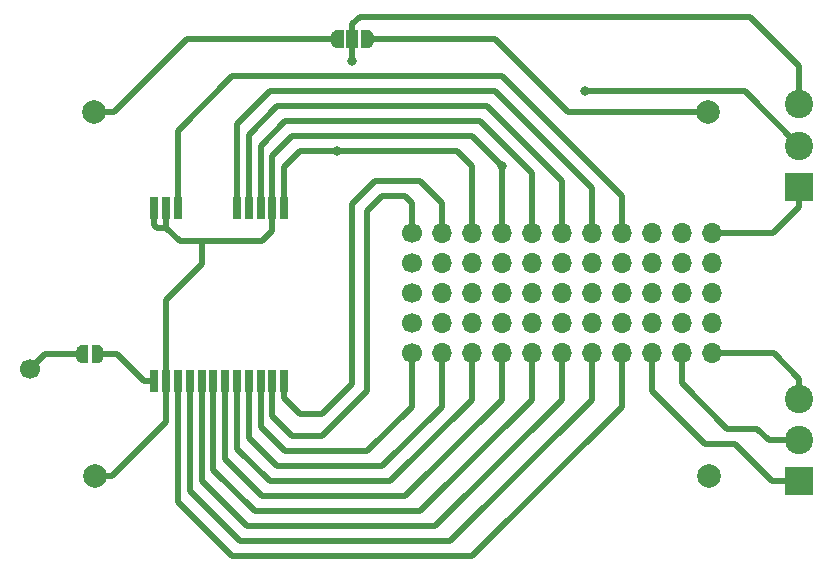
<source format=gbr>
G04 #@! TF.GenerationSoftware,KiCad,Pcbnew,5.1.5-52549c5~86~ubuntu18.04.1*
G04 #@! TF.CreationDate,2020-07-25T12:46:57-05:00*
G04 #@! TF.ProjectId,RAK4200_LORA_ADAPTABLE_NODE,52414b34-3230-4305-9f4c-4f52415f4144,rev?*
G04 #@! TF.SameCoordinates,Original*
G04 #@! TF.FileFunction,Copper,L2,Bot*
G04 #@! TF.FilePolarity,Positive*
%FSLAX46Y46*%
G04 Gerber Fmt 4.6, Leading zero omitted, Abs format (unit mm)*
G04 Created by KiCad (PCBNEW 5.1.5-52549c5~86~ubuntu18.04.1) date 2020-07-25 12:46:57*
%MOMM*%
%LPD*%
G04 APERTURE LIST*
%ADD10O,1.700000X1.700000*%
%ADD11C,1.700000*%
%ADD12C,2.000000*%
%ADD13C,0.100000*%
%ADD14R,1.000000X1.500000*%
%ADD15C,2.400000*%
%ADD16R,2.400000X2.400000*%
%ADD17R,0.700000X1.900000*%
%ADD18C,0.800000*%
%ADD19C,0.500000*%
G04 APERTURE END LIST*
D10*
X162495000Y-121885000D03*
X159955000Y-121885000D03*
X157415000Y-121885000D03*
X154875000Y-121885000D03*
X152335000Y-121885000D03*
X149795000Y-121885000D03*
X147255000Y-121885000D03*
X144715000Y-121885000D03*
X142175000Y-121885000D03*
X139635000Y-121885000D03*
D11*
X137095000Y-121885000D03*
D10*
X162495000Y-124425000D03*
X159955000Y-124425000D03*
X157415000Y-124425000D03*
X154875000Y-124425000D03*
X152335000Y-124425000D03*
X149795000Y-124425000D03*
X147255000Y-124425000D03*
X144715000Y-124425000D03*
X142175000Y-124425000D03*
X139635000Y-124425000D03*
D11*
X137095000Y-124425000D03*
D10*
X162495000Y-126965000D03*
X159955000Y-126965000D03*
X157415000Y-126965000D03*
X154875000Y-126965000D03*
X152335000Y-126965000D03*
X149795000Y-126965000D03*
X147255000Y-126965000D03*
X144715000Y-126965000D03*
X142175000Y-126965000D03*
X139635000Y-126965000D03*
D11*
X137095000Y-126965000D03*
X104775000Y-130810000D03*
D10*
X162495000Y-119345000D03*
X159955000Y-119345000D03*
X157415000Y-119345000D03*
X154875000Y-119345000D03*
X152335000Y-119345000D03*
X149795000Y-119345000D03*
X147255000Y-119345000D03*
X144715000Y-119345000D03*
X142175000Y-119345000D03*
X139635000Y-119345000D03*
D11*
X137095000Y-119345000D03*
D10*
X162495000Y-129505000D03*
X159955000Y-129505000D03*
X157415000Y-129505000D03*
X154875000Y-129505000D03*
X152335000Y-129505000D03*
X149795000Y-129505000D03*
X147255000Y-129505000D03*
X144715000Y-129505000D03*
X142175000Y-129505000D03*
X139635000Y-129505000D03*
D11*
X137095000Y-129505000D03*
D12*
X162290000Y-139915000D03*
X110300000Y-139915000D03*
G04 #@! TA.AperFunction,SMDPad,CuDef*
D13*
G36*
X109205000Y-130289398D02*
G01*
X109180466Y-130289398D01*
X109131635Y-130284588D01*
X109083510Y-130275016D01*
X109036555Y-130260772D01*
X108991222Y-130241995D01*
X108947949Y-130218864D01*
X108907150Y-130191604D01*
X108869221Y-130160476D01*
X108834524Y-130125779D01*
X108803396Y-130087850D01*
X108776136Y-130047051D01*
X108753005Y-130003778D01*
X108734228Y-129958445D01*
X108719984Y-129911490D01*
X108710412Y-129863365D01*
X108705602Y-129814534D01*
X108705602Y-129790000D01*
X108705000Y-129790000D01*
X108705000Y-129290000D01*
X108705602Y-129290000D01*
X108705602Y-129265466D01*
X108710412Y-129216635D01*
X108719984Y-129168510D01*
X108734228Y-129121555D01*
X108753005Y-129076222D01*
X108776136Y-129032949D01*
X108803396Y-128992150D01*
X108834524Y-128954221D01*
X108869221Y-128919524D01*
X108907150Y-128888396D01*
X108947949Y-128861136D01*
X108991222Y-128838005D01*
X109036555Y-128819228D01*
X109083510Y-128804984D01*
X109131635Y-128795412D01*
X109180466Y-128790602D01*
X109205000Y-128790602D01*
X109205000Y-128790000D01*
X109705000Y-128790000D01*
X109705000Y-130290000D01*
X109205000Y-130290000D01*
X109205000Y-130289398D01*
G37*
G04 #@! TD.AperFunction*
G04 #@! TA.AperFunction,SMDPad,CuDef*
G36*
X110005000Y-128790000D02*
G01*
X110505000Y-128790000D01*
X110505000Y-128790602D01*
X110529534Y-128790602D01*
X110578365Y-128795412D01*
X110626490Y-128804984D01*
X110673445Y-128819228D01*
X110718778Y-128838005D01*
X110762051Y-128861136D01*
X110802850Y-128888396D01*
X110840779Y-128919524D01*
X110875476Y-128954221D01*
X110906604Y-128992150D01*
X110933864Y-129032949D01*
X110956995Y-129076222D01*
X110975772Y-129121555D01*
X110990016Y-129168510D01*
X110999588Y-129216635D01*
X111004398Y-129265466D01*
X111004398Y-129290000D01*
X111005000Y-129290000D01*
X111005000Y-129790000D01*
X111004398Y-129790000D01*
X111004398Y-129814534D01*
X110999588Y-129863365D01*
X110990016Y-129911490D01*
X110975772Y-129958445D01*
X110956995Y-130003778D01*
X110933864Y-130047051D01*
X110906604Y-130087850D01*
X110875476Y-130125779D01*
X110840779Y-130160476D01*
X110802850Y-130191604D01*
X110762051Y-130218864D01*
X110718778Y-130241995D01*
X110673445Y-130260772D01*
X110626490Y-130275016D01*
X110578365Y-130284588D01*
X110529534Y-130289398D01*
X110505000Y-130289398D01*
X110505000Y-130290000D01*
X110005000Y-130290000D01*
X110005000Y-128790000D01*
G37*
G04 #@! TD.AperFunction*
D14*
X132080000Y-102870000D03*
G04 #@! TA.AperFunction,SMDPad,CuDef*
D13*
G36*
X133380000Y-102120602D02*
G01*
X133404534Y-102120602D01*
X133453365Y-102125412D01*
X133501490Y-102134984D01*
X133548445Y-102149228D01*
X133593778Y-102168005D01*
X133637051Y-102191136D01*
X133677850Y-102218396D01*
X133715779Y-102249524D01*
X133750476Y-102284221D01*
X133781604Y-102322150D01*
X133808864Y-102362949D01*
X133831995Y-102406222D01*
X133850772Y-102451555D01*
X133865016Y-102498510D01*
X133874588Y-102546635D01*
X133879398Y-102595466D01*
X133879398Y-102620000D01*
X133880000Y-102620000D01*
X133880000Y-103120000D01*
X133879398Y-103120000D01*
X133879398Y-103144534D01*
X133874588Y-103193365D01*
X133865016Y-103241490D01*
X133850772Y-103288445D01*
X133831995Y-103333778D01*
X133808864Y-103377051D01*
X133781604Y-103417850D01*
X133750476Y-103455779D01*
X133715779Y-103490476D01*
X133677850Y-103521604D01*
X133637051Y-103548864D01*
X133593778Y-103571995D01*
X133548445Y-103590772D01*
X133501490Y-103605016D01*
X133453365Y-103614588D01*
X133404534Y-103619398D01*
X133380000Y-103619398D01*
X133380000Y-103620000D01*
X132830000Y-103620000D01*
X132830000Y-102120000D01*
X133380000Y-102120000D01*
X133380000Y-102120602D01*
G37*
G04 #@! TD.AperFunction*
G04 #@! TA.AperFunction,SMDPad,CuDef*
G36*
X131330000Y-103620000D02*
G01*
X130780000Y-103620000D01*
X130780000Y-103619398D01*
X130755466Y-103619398D01*
X130706635Y-103614588D01*
X130658510Y-103605016D01*
X130611555Y-103590772D01*
X130566222Y-103571995D01*
X130522949Y-103548864D01*
X130482150Y-103521604D01*
X130444221Y-103490476D01*
X130409524Y-103455779D01*
X130378396Y-103417850D01*
X130351136Y-103377051D01*
X130328005Y-103333778D01*
X130309228Y-103288445D01*
X130294984Y-103241490D01*
X130285412Y-103193365D01*
X130280602Y-103144534D01*
X130280602Y-103120000D01*
X130280000Y-103120000D01*
X130280000Y-102620000D01*
X130280602Y-102620000D01*
X130280602Y-102595466D01*
X130285412Y-102546635D01*
X130294984Y-102498510D01*
X130309228Y-102451555D01*
X130328005Y-102406222D01*
X130351136Y-102362949D01*
X130378396Y-102322150D01*
X130409524Y-102284221D01*
X130444221Y-102249524D01*
X130482150Y-102218396D01*
X130522949Y-102191136D01*
X130566222Y-102168005D01*
X130611555Y-102149228D01*
X130658510Y-102134984D01*
X130706635Y-102125412D01*
X130755466Y-102120602D01*
X130780000Y-102120602D01*
X130780000Y-102120000D01*
X131330000Y-102120000D01*
X131330000Y-103620000D01*
G37*
G04 #@! TD.AperFunction*
D15*
X169910000Y-133335000D03*
X169910000Y-136835000D03*
D16*
X169910000Y-140335000D03*
D15*
X169910000Y-108400000D03*
X169910000Y-111900000D03*
D16*
X169910000Y-115400000D03*
D12*
X110220000Y-109085000D03*
X162210000Y-109085000D03*
D17*
X115310000Y-131850000D03*
X116310000Y-131850000D03*
X117310000Y-131850000D03*
X118310000Y-131850000D03*
X119310000Y-131850000D03*
X120310000Y-131850000D03*
X121310000Y-131850000D03*
X122310000Y-131850000D03*
X123310000Y-131850000D03*
X124310000Y-131850000D03*
X125310000Y-131850000D03*
X126310000Y-131850000D03*
X126310000Y-117150000D03*
X125310000Y-117150000D03*
X124310000Y-117150000D03*
X123310000Y-117150000D03*
X122310000Y-117150000D03*
X117310000Y-117150000D03*
X116310000Y-117150000D03*
X115310000Y-117150000D03*
D18*
X151765000Y-107315000D03*
X144715000Y-113600000D03*
X132080000Y-104775000D03*
X130810000Y-112395000D03*
D19*
X111895000Y-109085000D02*
X110220000Y-109085000D01*
X130780000Y-102870000D02*
X118110000Y-102870000D01*
X118110000Y-102870000D02*
X111895000Y-109085000D01*
X162210000Y-109085000D02*
X150360000Y-109085000D01*
X144145000Y-102870000D02*
X133380000Y-102870000D01*
X150360000Y-109085000D02*
X144145000Y-102870000D01*
X125310000Y-117150000D02*
X125310000Y-119165000D01*
X125310000Y-119165000D02*
X124460000Y-120015000D01*
X116310000Y-118850000D02*
X116310000Y-117150000D01*
X117475000Y-120015000D02*
X116310000Y-118850000D01*
X116310000Y-131850000D02*
X116310000Y-124990000D01*
X119380000Y-121920000D02*
X119380000Y-120015000D01*
X116310000Y-124990000D02*
X119380000Y-121920000D01*
X124460000Y-120015000D02*
X119380000Y-120015000D01*
X119380000Y-120015000D02*
X117475000Y-120015000D01*
X115310000Y-118600000D02*
X115310000Y-117150000D01*
X115560000Y-118850000D02*
X115310000Y-118600000D01*
X116310000Y-118850000D02*
X115560000Y-118850000D01*
X110300000Y-139915000D02*
X111714213Y-139915000D01*
X116310000Y-135319213D02*
X116310000Y-131850000D01*
X111714213Y-139915000D02*
X116310000Y-135319213D01*
X144715000Y-113600000D02*
X144715000Y-119345000D01*
X142240000Y-111125000D02*
X144715000Y-113600000D01*
X125310000Y-117150000D02*
X125310000Y-112815000D01*
X127000000Y-111125000D02*
X142240000Y-111125000D01*
X125310000Y-112815000D02*
X127000000Y-111125000D01*
X169910000Y-111900000D02*
X165325000Y-107315000D01*
X165325000Y-107315000D02*
X151765000Y-107315000D01*
X142175000Y-113600000D02*
X142175000Y-119345000D01*
X140970000Y-112395000D02*
X142175000Y-113600000D01*
X126310000Y-117150000D02*
X126310000Y-113720000D01*
X126310000Y-113720000D02*
X127635000Y-112395000D01*
X132080000Y-102870000D02*
X132080000Y-104775000D01*
X127635000Y-112395000D02*
X130810000Y-112395000D01*
X130810000Y-112395000D02*
X140970000Y-112395000D01*
X132080000Y-101620000D02*
X132715000Y-100985000D01*
X132080000Y-102870000D02*
X132080000Y-101620000D01*
X132715000Y-100985000D02*
X165715000Y-100985000D01*
X169910000Y-105180000D02*
X169910000Y-108400000D01*
X165715000Y-100985000D02*
X169910000Y-105180000D01*
X162495000Y-119345000D02*
X167675000Y-119345000D01*
X169910000Y-117110000D02*
X169910000Y-115400000D01*
X167675000Y-119345000D02*
X169910000Y-117110000D01*
X167777056Y-129505000D02*
X162495000Y-129505000D01*
X169910000Y-133335000D02*
X169910000Y-131637944D01*
X169910000Y-131637944D02*
X167777056Y-129505000D01*
X159955000Y-129505000D02*
X159955000Y-132015000D01*
X159955000Y-132015000D02*
X163830000Y-135890000D01*
X163830000Y-135890000D02*
X166370000Y-135890000D01*
X167315000Y-136835000D02*
X169910000Y-136835000D01*
X166370000Y-135890000D02*
X167315000Y-136835000D01*
X157415000Y-129505000D02*
X157415000Y-132650000D01*
X157415000Y-132650000D02*
X161925000Y-137160000D01*
X161925000Y-137160000D02*
X164465000Y-137160000D01*
X167640000Y-140335000D02*
X169910000Y-140335000D01*
X164465000Y-137160000D02*
X167640000Y-140335000D01*
X112150000Y-129540000D02*
X110505000Y-129540000D01*
X115310000Y-131850000D02*
X114460000Y-131850000D01*
X114460000Y-131850000D02*
X112150000Y-129540000D01*
X117310000Y-142075000D02*
X117310000Y-131850000D01*
X121920000Y-146685000D02*
X117310000Y-142075000D01*
X154875000Y-129505000D02*
X154875000Y-134050000D01*
X142240000Y-146685000D02*
X121920000Y-146685000D01*
X154875000Y-134050000D02*
X142240000Y-146685000D01*
X118310000Y-141170000D02*
X118310000Y-131850000D01*
X122555000Y-145415000D02*
X118310000Y-141170000D01*
X152335000Y-129505000D02*
X152335000Y-133415000D01*
X140335000Y-145415000D02*
X122555000Y-145415000D01*
X152335000Y-133415000D02*
X140335000Y-145415000D01*
X123190000Y-144145000D02*
X119310000Y-140265000D01*
X119310000Y-140265000D02*
X119310000Y-131850000D01*
X139065000Y-144145000D02*
X123190000Y-144145000D01*
X149795000Y-129505000D02*
X149795000Y-133415000D01*
X149795000Y-133415000D02*
X139065000Y-144145000D01*
X120310000Y-139360000D02*
X120310000Y-131850000D01*
X123825000Y-142875000D02*
X120310000Y-139360000D01*
X137795000Y-142875000D02*
X123825000Y-142875000D01*
X147255000Y-129505000D02*
X147255000Y-133415000D01*
X147255000Y-133415000D02*
X137795000Y-142875000D01*
X124460000Y-141605000D02*
X121310000Y-138455000D01*
X136525000Y-141605000D02*
X124460000Y-141605000D01*
X121310000Y-138455000D02*
X121310000Y-131850000D01*
X144715000Y-129505000D02*
X144715000Y-133415000D01*
X144715000Y-133415000D02*
X136525000Y-141605000D01*
X122310000Y-137550000D02*
X122310000Y-131850000D01*
X125095000Y-140335000D02*
X122310000Y-137550000D01*
X142175000Y-129505000D02*
X142175000Y-133415000D01*
X135255000Y-140335000D02*
X125095000Y-140335000D01*
X142175000Y-133415000D02*
X135255000Y-140335000D01*
X123310000Y-136645000D02*
X123310000Y-131850000D01*
X134620000Y-139065000D02*
X125730000Y-139065000D01*
X125730000Y-139065000D02*
X123310000Y-136645000D01*
X139635000Y-129505000D02*
X139635000Y-134050000D01*
X139635000Y-134050000D02*
X134620000Y-139065000D01*
X124310000Y-135740000D02*
X124310000Y-131850000D01*
X126365000Y-137795000D02*
X124310000Y-135740000D01*
X133350000Y-137795000D02*
X126365000Y-137795000D01*
X137095000Y-129505000D02*
X137095000Y-134050000D01*
X137095000Y-134050000D02*
X133350000Y-137795000D01*
X154875000Y-116140000D02*
X154875000Y-119345000D01*
X121920000Y-106045000D02*
X144780000Y-106045000D01*
X144780000Y-106045000D02*
X154875000Y-116140000D01*
X117310000Y-117150000D02*
X117310000Y-110655000D01*
X117310000Y-110655000D02*
X121920000Y-106045000D01*
X125095000Y-107315000D02*
X122310000Y-110100000D01*
X144145000Y-107315000D02*
X125095000Y-107315000D01*
X152335000Y-119345000D02*
X152335000Y-115505000D01*
X122310000Y-110100000D02*
X122310000Y-117150000D01*
X152335000Y-115505000D02*
X144145000Y-107315000D01*
X123310000Y-111005000D02*
X123310000Y-117150000D01*
X125730000Y-108585000D02*
X123310000Y-111005000D01*
X143510000Y-108585000D02*
X125730000Y-108585000D01*
X149795000Y-119345000D02*
X149795000Y-114870000D01*
X149795000Y-114870000D02*
X143510000Y-108585000D01*
X124310000Y-111910000D02*
X124310000Y-117150000D01*
X126365000Y-109855000D02*
X124310000Y-111910000D01*
X142875000Y-109855000D02*
X126365000Y-109855000D01*
X147255000Y-119345000D02*
X147255000Y-114235000D01*
X147255000Y-114235000D02*
X142875000Y-109855000D01*
X106045000Y-129540000D02*
X104775000Y-130810000D01*
X109205000Y-129540000D02*
X106045000Y-129540000D01*
X139635000Y-116775000D02*
X139635000Y-119345000D01*
X137795000Y-114935000D02*
X139635000Y-116775000D01*
X126310000Y-133300000D02*
X127630000Y-134620000D01*
X133985000Y-114935000D02*
X137795000Y-114935000D01*
X126310000Y-131850000D02*
X126310000Y-133300000D01*
X132080000Y-132080000D02*
X132080000Y-116840000D01*
X127630000Y-134620000D02*
X129540000Y-134620000D01*
X132080000Y-116840000D02*
X133985000Y-114935000D01*
X129540000Y-134620000D02*
X132080000Y-132080000D01*
X125310000Y-131850000D02*
X125310000Y-134835000D01*
X125310000Y-134835000D02*
X127000000Y-136525000D01*
X127000000Y-136525000D02*
X129540000Y-136525000D01*
X129540000Y-136525000D02*
X133350000Y-132715000D01*
X133350000Y-132715000D02*
X133350000Y-117475000D01*
X133350000Y-117475000D02*
X134620000Y-116205000D01*
X134620000Y-116205000D02*
X136525000Y-116205000D01*
X137095000Y-116775000D02*
X137095000Y-119345000D01*
X136525000Y-116205000D02*
X137095000Y-116775000D01*
M02*

</source>
